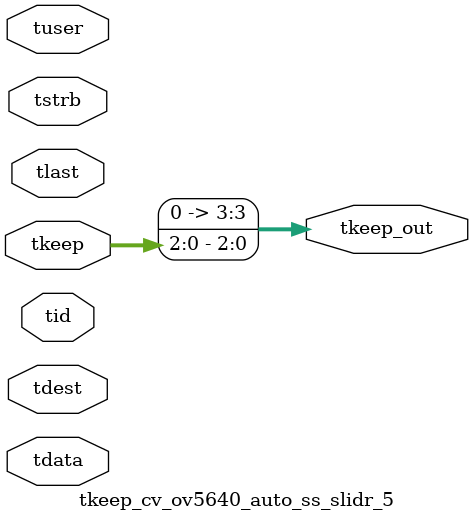
<source format=v>


`timescale 1ps/1ps

module tkeep_cv_ov5640_auto_ss_slidr_5 #
(
parameter C_S_AXIS_TDATA_WIDTH = 32,
parameter C_S_AXIS_TUSER_WIDTH = 0,
parameter C_S_AXIS_TID_WIDTH   = 0,
parameter C_S_AXIS_TDEST_WIDTH = 0,
parameter C_M_AXIS_TDATA_WIDTH = 32
)
(
input  [(C_S_AXIS_TDATA_WIDTH == 0 ? 1 : C_S_AXIS_TDATA_WIDTH)-1:0     ] tdata,
input  [(C_S_AXIS_TUSER_WIDTH == 0 ? 1 : C_S_AXIS_TUSER_WIDTH)-1:0     ] tuser,
input  [(C_S_AXIS_TID_WIDTH   == 0 ? 1 : C_S_AXIS_TID_WIDTH)-1:0       ] tid,
input  [(C_S_AXIS_TDEST_WIDTH == 0 ? 1 : C_S_AXIS_TDEST_WIDTH)-1:0     ] tdest,
input  [(C_S_AXIS_TDATA_WIDTH/8)-1:0 ] tkeep,
input  [(C_S_AXIS_TDATA_WIDTH/8)-1:0 ] tstrb,
input                                                                    tlast,
output [(C_M_AXIS_TDATA_WIDTH/8)-1:0 ] tkeep_out
);

assign tkeep_out = {tkeep[2:0]};

endmodule


</source>
